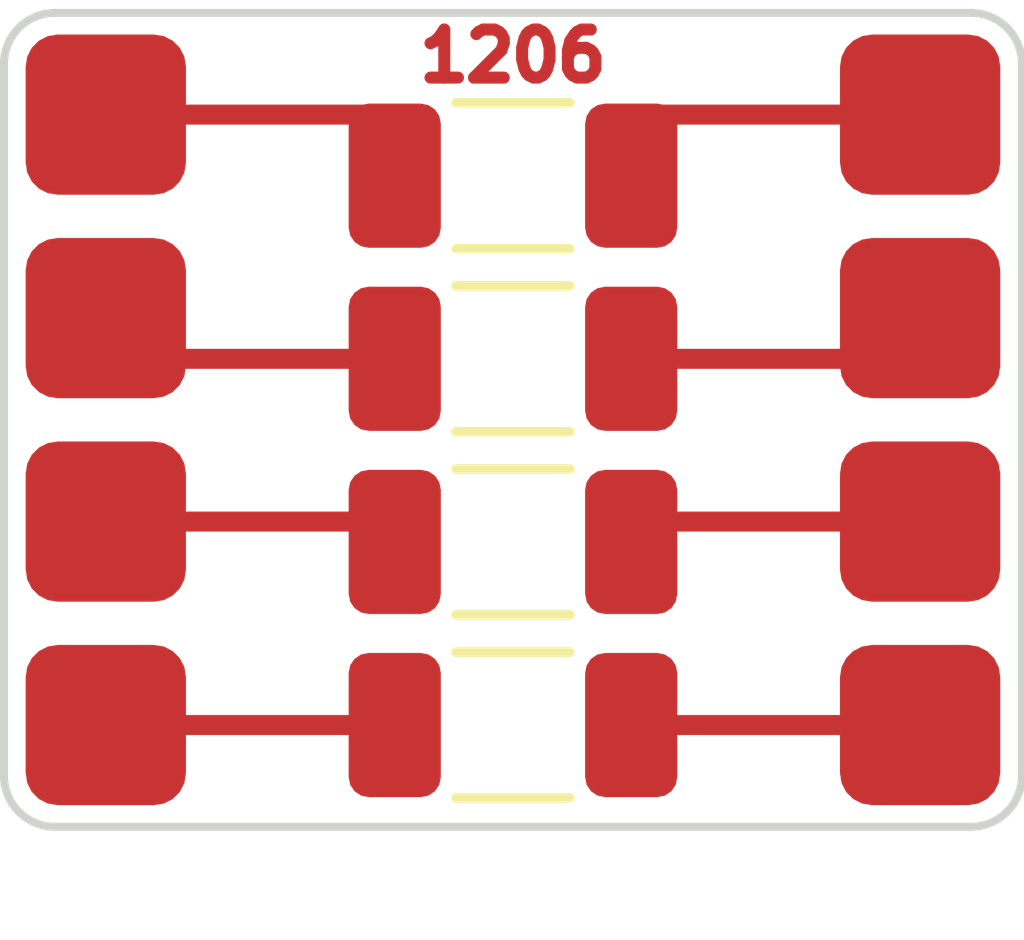
<source format=kicad_pcb>
(kicad_pcb (version 20221018) (generator pcbnew)
  (layers (0 "F.Cu" signal) (31 "B.Cu" signal) (34 "B.Paste" user) (35 "F.Paste" user) (36 "B.SilkS" user "B.Silkscreen") (37 "F.SilkS" user "F.Silkscreen") (38 "B.Mask" user) (39 "F.Mask" user) (44 "Edge.Cuts" user))
  (net 0 "")
  (net 1 "Net-(J1-Pin_1)")
  (net 2 "Net-(J2-Pin_1)")
  (net 3 "Net-(J7-Pin_1)")
  (net 4 "Net-(J3-Pin_1)")
  (net 5 "Net-(J8-Pin_1)")
  (net 6 "Net-(J4-Pin_1)")
  (net 7 "Net-(J5-Pin_1)")
  (net 8 "Net-(J6-Pin_1)")
  (footprint "CustSymbols:ManhattanPad" (layer "F.Cu") (at 152.4 99.06)
    (fp_text reference "J5" hide)
    (fp_text value "Conn_01x01_Pin" hide)
    (pad "1" smd roundrect (at 0 0) (size 2 2) (layers "F.Cu" "F.Paste" "F.Mask") (roundrect_rratio 0.2) (net 7 "Net-(J5-Pin_1)"))
  )
  (footprint "CustSymbols:ManhattanPad" (layer "F.Cu") (at 162.56 99.06)
    (fp_text reference "J6" hide)
    (fp_text value "Conn_01x01_Pin" hide)
    (pad "1" smd roundrect (at 0 0) (size 2 2) (layers "F.Cu" "F.Paste" "F.Mask") (roundrect_rratio 0.2) (net 8 "Net-(J6-Pin_1)"))
  )
  (footprint "CustSymbols:ManhattanPad" (layer "F.Cu") (at 162.56 96.52)
    (fp_text reference "J8" hide)
    (fp_text value "Conn_01x01_Pin" hide)
    (pad "1" smd roundrect (at 0 0) (size 2 2) (layers "F.Cu" "F.Paste" "F.Mask") (roundrect_rratio 0.2) (net 5 "Net-(J8-Pin_1)"))
  )
  (footprint "Capacitor_SMD:C_1206_3216Metric" (layer "F.Cu") (at 157.48 101.6)
    (fp_text reference "C3" hide)
    (fp_text value "C")
    (fp_line (start -0.711252 -0.91) (end 0.711252 -0.91) (stroke (width 0.12)) (layer "F.SilkS"))
    (fp_line (start -0.711252 0.91) (end 0.711252 0.91) (stroke (width 0.12)) (layer "F.SilkS"))
    (pad "1" smd roundrect (at -1.475 0) (size 1.15 1.8) (layers "F.Cu" "F.Paste" "F.Mask") (roundrect_rratio 0.217391) (net 4 "Net-(J3-Pin_1)"))
    (pad "2" smd roundrect (at 1.475 0) (size 1.15 1.8) (layers "F.Cu" "F.Paste" "F.Mask") (roundrect_rratio 0.217391) (net 6 "Net-(J4-Pin_1)"))
  )
  (footprint "CustSymbols:ManhattanPad" (layer "F.Cu") (at 162.56 93.98)
    (fp_text reference "J2" hide)
    (fp_text value "Conn_01x01_Pin" hide)
    (pad "1" smd roundrect (at 0 0) (size 2 2) (layers "F.Cu" "F.Paste" "F.Mask") (roundrect_rratio 0.2) (net 2 "Net-(J2-Pin_1)"))
  )
  (footprint "CustSymbols:ManhattanPad" (layer "F.Cu") (at 152.4 96.52)
    (fp_text reference "J7" hide)
    (fp_text value "Conn_01x01_Pin" hide)
    (pad "1" smd roundrect (at 0 0) (size 2 2) (layers "F.Cu" "F.Paste" "F.Mask") (roundrect_rratio 0.2) (net 3 "Net-(J7-Pin_1)"))
  )
  (footprint "CustSymbols:ManhattanPad" (layer "F.Cu") (at 152.4 93.98)
    (fp_text reference "J1" hide)
    (fp_text value "Conn_01x01_Pin" hide)
    (pad "1" smd roundrect (at 0 0) (size 2 2) (layers "F.Cu" "F.Paste" "F.Mask") (roundrect_rratio 0.2) (net 1 "Net-(J1-Pin_1)"))
  )
  (footprint "Capacitor_SMD:C_1206_3216Metric" (layer "F.Cu") (at 157.48 99.314)
    (fp_text reference "C2" hide)
    (fp_text value "C")
    (fp_line (start -0.711252 -0.91) (end 0.711252 -0.91) (stroke (width 0.12)) (layer "F.SilkS"))
    (fp_line (start -0.711252 0.91) (end 0.711252 0.91) (stroke (width 0.12)) (layer "F.SilkS"))
    (pad "1" smd roundrect (at -1.475 0) (size 1.15 1.8) (layers "F.Cu" "F.Paste" "F.Mask") (roundrect_rratio 0.217391) (net 7 "Net-(J5-Pin_1)"))
    (pad "2" smd roundrect (at 1.475 0) (size 1.15 1.8) (layers "F.Cu" "F.Paste" "F.Mask") (roundrect_rratio 0.217391) (net 8 "Net-(J6-Pin_1)"))
  )
  (footprint "Capacitor_SMD:C_1206_3216Metric" (layer "F.Cu") (at 157.48 94.742)
    (fp_text reference "C4" hide)
    (fp_text value "C")
    (fp_line (start -0.711252 -0.91) (end 0.711252 -0.91) (stroke (width 0.12)) (layer "F.SilkS"))
    (fp_line (start -0.711252 0.91) (end 0.711252 0.91) (stroke (width 0.12)) (layer "F.SilkS"))
    (pad "1" smd roundrect (at -1.475 0) (size 1.15 1.8) (layers "F.Cu" "F.Paste" "F.Mask") (roundrect_rratio 0.217391) (net 1 "Net-(J1-Pin_1)"))
    (pad "2" smd roundrect (at 1.475 0) (size 1.15 1.8) (layers "F.Cu" "F.Paste" "F.Mask") (roundrect_rratio 0.217391) (net 2 "Net-(J2-Pin_1)"))
  )
  (footprint "CustSymbols:ManhattanPad" (layer "F.Cu") (at 152.4 101.6)
    (fp_text reference "J3" hide)
    (fp_text value "Conn_01x01_Pin" hide)
    (pad "1" smd roundrect (at 0 0) (size 2 2) (layers "F.Cu" "F.Paste" "F.Mask") (roundrect_rratio 0.2) (net 4 "Net-(J3-Pin_1)"))
  )
  (footprint "CustSymbols:ManhattanPad" (layer "F.Cu") (at 162.56 101.6)
    (fp_text reference "J4" hide)
    (fp_text value "Conn_01x01_Pin" hide)
    (pad "1" smd roundrect (at 0 0) (size 2 2) (layers "F.Cu" "F.Paste" "F.Mask") (roundrect_rratio 0.2) (net 6 "Net-(J4-Pin_1)"))
  )
  (footprint "Capacitor_SMD:C_1206_3216Metric" (layer "F.Cu") (at 157.48 97.028)
    (fp_text reference "C1" hide)
    (fp_text value "C")
    (fp_line (start -0.711252 -0.91) (end 0.711252 -0.91) (stroke (width 0.12)) (layer "F.SilkS"))
    (fp_line (start -0.711252 0.91) (end 0.711252 0.91) (stroke (width 0.12)) (layer "F.SilkS"))
    (pad "1" smd roundrect (at -1.475 0) (size 1.15 1.8) (layers "F.Cu" "F.Paste" "F.Mask") (roundrect_rratio 0.217391) (net 3 "Net-(J7-Pin_1)"))
    (pad "2" smd roundrect (at 1.475 0) (size 1.15 1.8) (layers "F.Cu" "F.Paste" "F.Mask") (roundrect_rratio 0.217391) (net 5 "Net-(J8-Pin_1)"))
  )
  (gr_line (start 151.13 93.345) (end 151.13 102.235) (stroke (width 0.1)) (layer "Edge.Cuts"))
  (gr_line (start 151.765 102.87) (end 163.195 102.87) (stroke (width 0.1)) (layer "Edge.Cuts"))
  (gr_line (start 163.195 92.71) (end 151.765 92.71) (stroke (width 0.1)) (layer "Edge.Cuts"))
  (gr_arc (start 151.765 102.87) (mid 151.315988 102.684012) (end 151.13 102.235) (stroke (width 0.1)) (layer "Edge.Cuts"))
  (gr_arc (start 163.83 102.235) (mid 163.644013 102.684012) (end 163.195 102.87) (stroke (width 0.1)) (layer "Edge.Cuts"))
  (gr_line (start 163.83 102.235) (end 163.83 93.345) (stroke (width 0.1)) (layer "Edge.Cuts"))
  (gr_arc (start 151.13 93.345) (mid 151.315988 92.895988) (end 151.765 92.71) (stroke (width 0.1)) (layer "Edge.Cuts"))
  (gr_arc (start 163.195 92.71) (mid 163.644012 92.895988) (end 163.83 93.345) (stroke (width 0.1)) (layer "Edge.Cuts"))
  (gr_text "1206" (at 157.48 93.599) (layer "F.Cu") (effects (font (size 0.6 0.6) (thickness 0.15) bold) (justify bottom)))
  (segment (start 156.005 93.98) (end 156.005 94.742) (width 0.25) (layer "F.Cu") (net 1))
  (segment (start 152.4 93.98) (end 156.005 93.98) (width 0.25) (layer "F.Cu") (net 1))
  (segment (start 158.955 94.742) (end 158.955 94.029) (width 0.25) (layer "F.Cu") (net 2))
  (segment (start 158.955 94.029) (end 159.004 93.98) (width 0.25) (layer "F.Cu") (net 2))
  (segment (start 159.004 93.98) (end 162.56 93.98) (width 0.25) (layer "F.Cu") (net 2))
  (segment (start 156.005 97.028) (end 152.908 97.028) (width 0.25) (layer "F.Cu") (net 3))
  (segment (start 152.908 97.028) (end 152.4 96.52) (width 0.25) (layer "F.Cu") (net 3))
  (segment (start 156.005 101.6) (end 152.4 101.6) (width 0.25) (layer "F.Cu") (net 4))
  (segment (start 162.052 97.028) (end 162.56 96.52) (width 0.25) (layer "F.Cu") (net 5))
  (segment (start 158.955 97.028) (end 162.052 97.028) (width 0.25) (layer "F.Cu") (net 5))
  (segment (start 162.56 101.6) (end 158.955 101.6) (width 0.25) (layer "F.Cu") (net 6))
  (segment (start 155.751 99.06) (end 156.005 99.314) (width 0.25) (layer "F.Cu") (net 7))
  (segment (start 152.908 98.552) (end 152.4 99.06) (width 0.25) (layer "F.Cu") (net 7))
  (segment (start 152.4 99.06) (end 155.751 99.06) (width 0.25) (layer "F.Cu") (net 7))
  (segment (start 159.209 99.06) (end 158.955 99.314) (width 0.25) (layer "F.Cu") (net 8))
  (segment (start 162.052 98.552) (end 162.56 99.06) (width 0.25) (layer "F.Cu") (net 8))
  (segment (start 162.56 99.06) (end 159.209 99.06) (width 0.25) (layer "F.Cu") (net 8))
)
</source>
